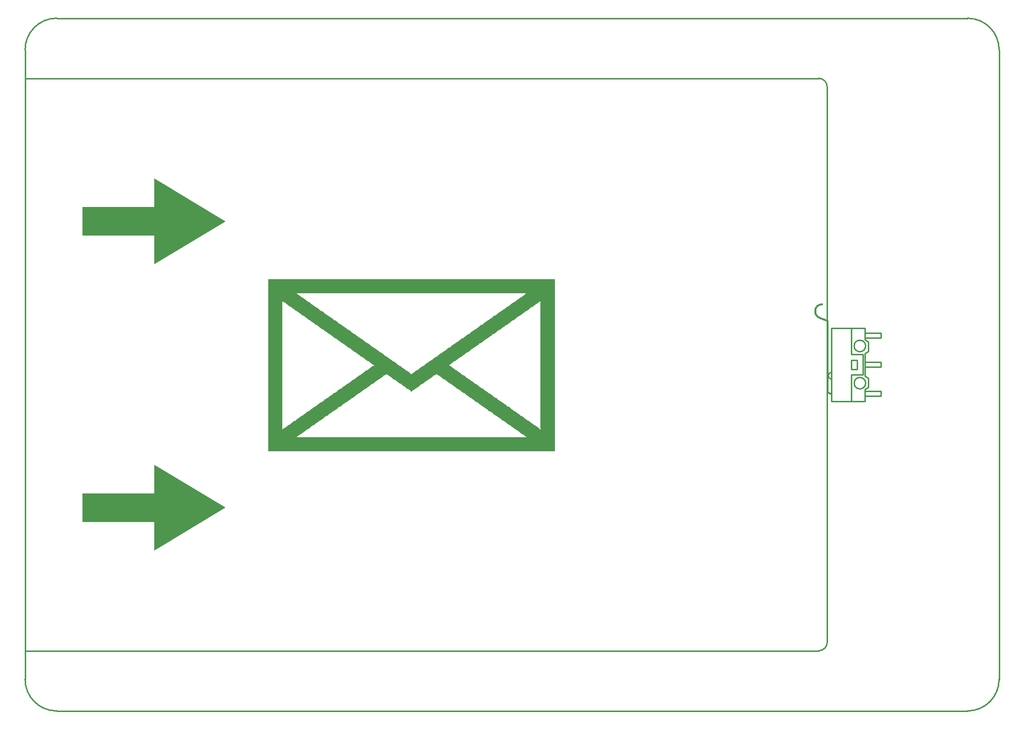
<source format=gto>
G04*
G04 #@! TF.GenerationSoftware,Altium Limited,Altium Designer,22.2.1 (43)*
G04*
G04 Layer_Color=65535*
%FSLAX25Y25*%
%MOIN*%
G70*
G04*
G04 #@! TF.SameCoordinates,848C5CEF-A0A5-40A2-882F-BA2EA4B76D18*
G04*
G04*
G04 #@! TF.FilePolarity,Positive*
G04*
G01*
G75*
%ADD10C,0.01000*%
%ADD11C,0.01181*%
G36*
X-295276Y-88583D02*
X-246063D01*
Y-68898D01*
X-196850Y-98425D01*
X-246063Y-127953D01*
Y-108268D01*
X-295276D01*
Y-88583D01*
D02*
G37*
G36*
Y108268D02*
X-246063D01*
Y127953D01*
X-196850Y98425D01*
X-246063Y68898D01*
Y88583D01*
X-295276D01*
Y108268D01*
D02*
G37*
G36*
X29381Y58247D02*
Y57946D01*
Y57644D01*
Y57343D01*
Y57042D01*
Y56740D01*
Y56439D01*
Y56138D01*
Y55837D01*
Y55535D01*
Y55234D01*
Y54933D01*
Y54632D01*
Y54330D01*
Y54029D01*
Y53728D01*
Y53426D01*
Y53125D01*
Y52824D01*
Y52523D01*
Y52221D01*
Y51920D01*
Y51619D01*
Y51317D01*
Y51016D01*
Y50715D01*
Y50414D01*
Y50112D01*
Y49811D01*
Y49510D01*
Y49209D01*
Y48907D01*
Y48606D01*
Y48305D01*
Y48003D01*
Y47702D01*
Y47401D01*
Y47100D01*
Y46798D01*
Y46497D01*
Y46196D01*
Y45894D01*
Y45593D01*
Y45292D01*
Y44991D01*
Y44689D01*
Y44388D01*
Y44087D01*
Y43785D01*
Y43484D01*
Y43183D01*
Y42882D01*
Y42580D01*
Y42279D01*
Y41978D01*
Y41677D01*
Y41375D01*
Y41074D01*
Y40773D01*
Y40471D01*
Y40170D01*
Y39869D01*
Y39568D01*
Y39266D01*
Y38965D01*
Y38664D01*
Y38362D01*
Y38061D01*
Y37760D01*
Y37459D01*
Y37157D01*
Y36856D01*
Y36555D01*
Y36253D01*
Y35952D01*
Y35651D01*
Y35350D01*
Y35048D01*
Y34747D01*
Y34446D01*
Y34144D01*
Y33843D01*
Y33542D01*
Y33241D01*
Y32939D01*
Y32638D01*
Y32337D01*
Y32035D01*
Y31734D01*
Y31433D01*
Y31132D01*
Y30830D01*
Y30529D01*
Y30228D01*
Y29926D01*
Y29625D01*
Y29324D01*
Y29023D01*
Y28721D01*
Y28420D01*
Y28119D01*
Y27818D01*
Y27516D01*
Y27215D01*
Y26914D01*
Y26612D01*
Y26311D01*
Y26010D01*
Y25709D01*
Y25407D01*
Y25106D01*
Y24805D01*
Y24503D01*
Y24202D01*
Y23901D01*
Y23600D01*
Y23298D01*
Y22997D01*
Y22696D01*
Y22395D01*
Y22093D01*
Y21792D01*
Y21491D01*
Y21189D01*
Y20888D01*
Y20587D01*
Y20286D01*
Y19984D01*
Y19683D01*
Y19382D01*
Y19080D01*
Y18779D01*
Y18478D01*
Y18177D01*
Y17875D01*
Y17574D01*
Y17273D01*
Y16972D01*
Y16670D01*
Y16369D01*
Y16068D01*
Y15766D01*
Y15465D01*
Y15164D01*
Y14863D01*
Y14561D01*
Y14260D01*
Y13959D01*
Y13657D01*
Y13356D01*
Y13055D01*
Y12754D01*
Y12452D01*
Y12151D01*
Y11850D01*
Y11548D01*
Y11247D01*
Y10946D01*
Y10645D01*
Y10343D01*
Y10042D01*
Y9741D01*
Y9439D01*
Y9138D01*
Y8837D01*
Y8536D01*
Y8234D01*
Y7933D01*
Y7632D01*
Y7331D01*
Y7029D01*
Y6728D01*
Y6427D01*
Y6125D01*
Y5824D01*
Y5523D01*
Y5221D01*
Y4920D01*
Y4619D01*
Y4318D01*
Y4016D01*
Y3715D01*
Y3414D01*
Y3112D01*
Y2811D01*
Y2510D01*
Y2209D01*
Y1907D01*
Y1606D01*
Y1305D01*
Y1004D01*
Y702D01*
Y401D01*
Y100D01*
Y-201D01*
Y-503D01*
Y-804D01*
Y-1105D01*
Y-1407D01*
Y-1708D01*
Y-2009D01*
Y-2310D01*
Y-2612D01*
Y-2913D01*
Y-3214D01*
Y-3516D01*
Y-3817D01*
Y-4118D01*
Y-4420D01*
Y-4721D01*
Y-5022D01*
Y-5323D01*
Y-5625D01*
Y-5926D01*
Y-6227D01*
Y-6528D01*
Y-6830D01*
Y-7131D01*
Y-7432D01*
Y-7734D01*
Y-8035D01*
Y-8336D01*
Y-8637D01*
Y-8939D01*
Y-9240D01*
Y-9541D01*
Y-9843D01*
Y-10144D01*
Y-10445D01*
Y-10746D01*
Y-11048D01*
Y-11349D01*
Y-11650D01*
Y-11952D01*
Y-12253D01*
Y-12554D01*
Y-12855D01*
Y-13157D01*
Y-13458D01*
Y-13759D01*
Y-14061D01*
Y-14362D01*
Y-14663D01*
Y-14964D01*
Y-15266D01*
Y-15567D01*
Y-15868D01*
Y-16169D01*
Y-16471D01*
Y-16772D01*
Y-17073D01*
Y-17375D01*
Y-17676D01*
Y-17977D01*
Y-18278D01*
Y-18580D01*
Y-18881D01*
Y-19182D01*
Y-19484D01*
Y-19785D01*
Y-20086D01*
Y-20387D01*
Y-20689D01*
Y-20990D01*
Y-21291D01*
Y-21592D01*
Y-21894D01*
Y-22195D01*
Y-22496D01*
Y-22798D01*
Y-23099D01*
Y-23400D01*
Y-23701D01*
Y-24003D01*
Y-24304D01*
Y-24605D01*
Y-24907D01*
Y-25208D01*
Y-25509D01*
Y-25810D01*
Y-26112D01*
Y-26413D01*
Y-26714D01*
Y-27016D01*
Y-27317D01*
Y-27618D01*
Y-27919D01*
Y-28221D01*
Y-28522D01*
Y-28823D01*
Y-29125D01*
Y-29426D01*
Y-29727D01*
Y-30028D01*
Y-30330D01*
Y-30631D01*
Y-30932D01*
Y-31234D01*
Y-31535D01*
Y-31836D01*
Y-32137D01*
Y-32439D01*
Y-32740D01*
Y-33041D01*
Y-33342D01*
Y-33644D01*
Y-33945D01*
Y-34246D01*
Y-34547D01*
Y-34849D01*
Y-35150D01*
Y-35451D01*
Y-35753D01*
Y-36054D01*
Y-36355D01*
Y-36656D01*
Y-36958D01*
Y-37259D01*
Y-37560D01*
Y-37862D01*
Y-38163D01*
Y-38464D01*
Y-38765D01*
Y-39067D01*
Y-39368D01*
Y-39669D01*
Y-39971D01*
Y-40272D01*
Y-40573D01*
Y-40874D01*
Y-41176D01*
Y-41477D01*
Y-41778D01*
Y-42080D01*
Y-42381D01*
Y-42682D01*
Y-42983D01*
Y-43285D01*
Y-43586D01*
Y-43887D01*
Y-44188D01*
Y-44490D01*
Y-44791D01*
Y-45092D01*
Y-45394D01*
Y-45695D01*
Y-45996D01*
Y-46297D01*
Y-46599D01*
Y-46900D01*
Y-47201D01*
Y-47503D01*
Y-47804D01*
Y-48105D01*
Y-48406D01*
Y-48708D01*
Y-49009D01*
Y-49310D01*
Y-49612D01*
Y-49913D01*
Y-50214D01*
Y-50515D01*
Y-50817D01*
Y-51118D01*
Y-51419D01*
Y-51720D01*
Y-52022D01*
Y-52323D01*
Y-52624D01*
Y-52926D01*
Y-53227D01*
Y-53528D01*
Y-53829D01*
Y-54131D01*
Y-54432D01*
Y-54733D01*
Y-55035D01*
Y-55336D01*
Y-55637D01*
Y-55939D01*
Y-56240D01*
Y-56541D01*
Y-56842D01*
Y-57144D01*
Y-57445D01*
Y-57746D01*
Y-58047D01*
Y-58349D01*
Y-58650D01*
Y-58951D01*
Y-59253D01*
Y-59554D01*
X-167657D01*
Y-59253D01*
Y-58951D01*
Y-58650D01*
Y-58349D01*
Y-58047D01*
Y-57746D01*
Y-57445D01*
Y-57144D01*
Y-56842D01*
Y-56541D01*
Y-56240D01*
Y-55939D01*
Y-55637D01*
Y-55336D01*
Y-55035D01*
Y-54733D01*
Y-54432D01*
Y-54131D01*
Y-53829D01*
Y-53528D01*
Y-53227D01*
Y-52926D01*
Y-52624D01*
Y-52323D01*
Y-52022D01*
Y-51720D01*
Y-51419D01*
Y-51118D01*
Y-50817D01*
Y-50515D01*
Y-50214D01*
Y-49913D01*
Y-49612D01*
Y-49310D01*
Y-49009D01*
Y-48708D01*
Y-48406D01*
Y-48105D01*
Y-47804D01*
Y-47503D01*
Y-47201D01*
Y-46900D01*
Y-46599D01*
Y-46297D01*
Y-45996D01*
Y-45695D01*
Y-45394D01*
Y-45092D01*
Y-44791D01*
Y-44490D01*
Y-44188D01*
Y-43887D01*
Y-43586D01*
Y-43285D01*
Y-42983D01*
Y-42682D01*
Y-42381D01*
Y-42080D01*
Y-41778D01*
Y-41477D01*
Y-41176D01*
Y-40874D01*
Y-40573D01*
Y-40272D01*
Y-39971D01*
Y-39669D01*
Y-39368D01*
Y-39067D01*
Y-38765D01*
Y-38464D01*
Y-38163D01*
Y-37862D01*
Y-37560D01*
Y-37259D01*
Y-36958D01*
Y-36656D01*
Y-36355D01*
Y-36054D01*
Y-35753D01*
Y-35451D01*
Y-35150D01*
Y-34849D01*
Y-34547D01*
Y-34246D01*
Y-33945D01*
Y-33644D01*
Y-33342D01*
Y-33041D01*
Y-32740D01*
Y-32439D01*
Y-32137D01*
Y-31836D01*
Y-31535D01*
Y-31234D01*
Y-30932D01*
Y-30631D01*
Y-30330D01*
Y-30028D01*
Y-29727D01*
Y-29426D01*
Y-29125D01*
Y-28823D01*
Y-28522D01*
Y-28221D01*
Y-27919D01*
Y-27618D01*
Y-27317D01*
Y-27016D01*
Y-26714D01*
Y-26413D01*
Y-26112D01*
Y-25810D01*
Y-25509D01*
Y-25208D01*
Y-24907D01*
Y-24605D01*
Y-24304D01*
Y-24003D01*
Y-23701D01*
Y-23400D01*
Y-23099D01*
Y-22798D01*
Y-22496D01*
Y-22195D01*
Y-21894D01*
Y-21592D01*
Y-21291D01*
Y-20990D01*
Y-20689D01*
Y-20387D01*
Y-20086D01*
Y-19785D01*
Y-19484D01*
Y-19182D01*
Y-18881D01*
Y-18580D01*
Y-18278D01*
Y-17977D01*
Y-17676D01*
Y-17375D01*
Y-17073D01*
Y-16772D01*
Y-16471D01*
Y-16169D01*
Y-15868D01*
Y-15567D01*
Y-15266D01*
Y-14964D01*
Y-14663D01*
Y-14362D01*
Y-14061D01*
Y-13759D01*
Y-13458D01*
Y-13157D01*
Y-12855D01*
Y-12554D01*
Y-12253D01*
Y-11952D01*
Y-11650D01*
Y-11349D01*
Y-11048D01*
Y-10746D01*
Y-10445D01*
Y-10144D01*
Y-9843D01*
Y-9541D01*
Y-9240D01*
Y-8939D01*
Y-8637D01*
Y-8336D01*
Y-8035D01*
Y-7734D01*
Y-7432D01*
Y-7131D01*
Y-6830D01*
Y-6528D01*
Y-6227D01*
Y-5926D01*
Y-5625D01*
Y-5323D01*
Y-5022D01*
Y-4721D01*
Y-4420D01*
Y-4118D01*
Y-3817D01*
Y-3516D01*
Y-3214D01*
Y-2913D01*
Y-2612D01*
Y-2310D01*
Y-2009D01*
Y-1708D01*
Y-1407D01*
Y-1105D01*
Y-804D01*
Y-503D01*
Y-201D01*
Y100D01*
Y401D01*
Y702D01*
Y1004D01*
Y1305D01*
Y1606D01*
Y1907D01*
Y2209D01*
Y2510D01*
Y2811D01*
Y3112D01*
Y3414D01*
Y3715D01*
Y4016D01*
Y4318D01*
Y4619D01*
Y4920D01*
Y5221D01*
Y5523D01*
Y5824D01*
Y6125D01*
Y6427D01*
Y6728D01*
Y7029D01*
Y7331D01*
Y7632D01*
Y7933D01*
Y8234D01*
Y8536D01*
Y8837D01*
Y9138D01*
Y9439D01*
Y9741D01*
Y10042D01*
Y10343D01*
Y10645D01*
Y10946D01*
Y11247D01*
Y11548D01*
Y11850D01*
Y12151D01*
Y12452D01*
Y12754D01*
Y13055D01*
Y13356D01*
Y13657D01*
Y13959D01*
Y14260D01*
Y14561D01*
Y14863D01*
Y15164D01*
Y15465D01*
Y15766D01*
Y16068D01*
Y16369D01*
Y16670D01*
Y16972D01*
Y17273D01*
Y17574D01*
Y17875D01*
Y18177D01*
Y18478D01*
Y18779D01*
Y19080D01*
Y19382D01*
Y19683D01*
Y19984D01*
Y20286D01*
Y20587D01*
Y20888D01*
Y21189D01*
Y21491D01*
Y21792D01*
Y22093D01*
Y22395D01*
Y22696D01*
Y22997D01*
Y23298D01*
Y23600D01*
Y23901D01*
Y24202D01*
Y24503D01*
Y24805D01*
Y25106D01*
Y25407D01*
Y25709D01*
Y26010D01*
Y26311D01*
Y26612D01*
Y26914D01*
Y27215D01*
Y27516D01*
Y27818D01*
Y28119D01*
Y28420D01*
Y28721D01*
Y29023D01*
Y29324D01*
Y29625D01*
Y29926D01*
Y30228D01*
Y30529D01*
Y30830D01*
Y31132D01*
Y31433D01*
Y31734D01*
Y32035D01*
Y32337D01*
Y32638D01*
Y32939D01*
Y33241D01*
Y33542D01*
Y33843D01*
Y34144D01*
Y34446D01*
Y34747D01*
Y35048D01*
Y35350D01*
Y35651D01*
Y35952D01*
Y36253D01*
Y36555D01*
Y36856D01*
Y37157D01*
Y37459D01*
Y37760D01*
Y38061D01*
Y38362D01*
Y38664D01*
Y38965D01*
Y39266D01*
Y39568D01*
Y39869D01*
Y40170D01*
Y40471D01*
Y40773D01*
Y41074D01*
Y41375D01*
Y41677D01*
Y41978D01*
Y42279D01*
Y42580D01*
Y42882D01*
Y43183D01*
Y43484D01*
Y43785D01*
Y44087D01*
Y44388D01*
Y44689D01*
Y44991D01*
Y45292D01*
Y45593D01*
Y45894D01*
Y46196D01*
Y46497D01*
Y46798D01*
Y47100D01*
Y47401D01*
Y47702D01*
Y48003D01*
Y48305D01*
Y48606D01*
Y48907D01*
Y49209D01*
Y49510D01*
Y49811D01*
Y50112D01*
Y50414D01*
Y50715D01*
Y51016D01*
Y51317D01*
Y51619D01*
Y51920D01*
Y52221D01*
Y52523D01*
Y52824D01*
Y53125D01*
Y53426D01*
Y53728D01*
Y54029D01*
Y54330D01*
Y54632D01*
Y54933D01*
Y55234D01*
Y55535D01*
Y55837D01*
Y56138D01*
Y56439D01*
Y56740D01*
Y57042D01*
Y57343D01*
Y57644D01*
Y57946D01*
Y58247D01*
Y58548D01*
X29381D01*
Y58247D01*
D02*
G37*
%LPC*%
G36*
X9496Y48907D02*
X-147772D01*
Y48606D01*
X-147471D01*
Y48305D01*
X-147169D01*
Y48003D01*
X-146567D01*
Y47702D01*
X-146266D01*
Y47401D01*
X-145964D01*
Y47100D01*
X-145362D01*
Y46798D01*
X-145061D01*
Y46497D01*
X-144458D01*
Y46196D01*
X-144157D01*
Y45894D01*
X-143554D01*
Y45593D01*
X-143253D01*
Y45292D01*
X-142952D01*
Y44991D01*
X-142349D01*
Y44689D01*
X-142048D01*
Y44388D01*
X-141445D01*
Y44087D01*
X-141144D01*
Y43785D01*
X-140541D01*
Y43484D01*
X-140240D01*
Y43183D01*
X-139939D01*
Y42882D01*
X-139336D01*
Y42580D01*
X-139035D01*
Y42279D01*
X-138432D01*
Y41978D01*
X-138131D01*
Y41677D01*
X-137830D01*
Y41375D01*
X-137227D01*
Y41074D01*
X-136926D01*
Y40773D01*
X-136323D01*
Y40471D01*
X-136022D01*
Y40170D01*
X-135420D01*
Y39869D01*
X-135118D01*
Y39568D01*
X-134817D01*
Y39266D01*
X-134214D01*
Y38965D01*
X-133913D01*
Y38664D01*
X-133311D01*
Y38362D01*
X-133009D01*
Y38061D01*
X-132407D01*
Y37760D01*
X-132106D01*
Y37459D01*
X-131804D01*
Y37157D01*
X-131202D01*
Y36856D01*
X-130900D01*
Y36555D01*
X-130298D01*
Y36253D01*
X-129997D01*
Y35952D01*
X-129394D01*
Y35651D01*
X-129093D01*
Y35350D01*
X-128791D01*
Y35048D01*
X-128189D01*
Y34747D01*
X-127888D01*
Y34446D01*
X-127285D01*
Y34144D01*
X-126984D01*
Y33843D01*
X-126381D01*
Y33542D01*
X-126080D01*
Y33241D01*
X-125779D01*
Y32939D01*
X-125176D01*
Y32638D01*
X-124875D01*
Y32337D01*
X-124272D01*
Y32035D01*
X-123971D01*
Y31734D01*
X-123368D01*
Y31433D01*
X-123067D01*
Y31132D01*
X-122766D01*
Y30830D01*
X-122163D01*
Y30529D01*
X-121862D01*
Y30228D01*
X-121259D01*
Y29926D01*
X-120958D01*
Y29625D01*
X-120356D01*
Y29324D01*
X-120054D01*
Y29023D01*
X-119753D01*
Y28721D01*
X-119150D01*
Y28420D01*
X-118849D01*
Y28119D01*
X-118247D01*
Y27818D01*
X-117945D01*
Y27516D01*
X-117343D01*
Y27215D01*
X-117042D01*
Y26914D01*
X-116740D01*
Y26612D01*
X-116138D01*
Y26311D01*
X-115836D01*
Y26010D01*
X-115234D01*
Y25709D01*
X-114933D01*
Y25407D01*
X-114330D01*
Y25106D01*
X-114029D01*
Y24805D01*
X-113727D01*
Y24503D01*
X-113125D01*
Y24202D01*
X-112824D01*
Y23901D01*
X-112221D01*
Y23600D01*
X-111920D01*
Y23298D01*
X-111317D01*
Y22997D01*
X-111016D01*
Y22696D01*
X-110715D01*
Y22395D01*
X-110112D01*
Y22093D01*
X-109811D01*
Y21792D01*
X-109208D01*
Y21491D01*
X-108907D01*
Y21189D01*
X-108606D01*
Y20888D01*
X-108003D01*
Y20587D01*
X-107702D01*
Y20286D01*
X-107099D01*
Y19984D01*
X-106798D01*
Y19683D01*
X-106195D01*
Y19382D01*
X-105894D01*
Y19080D01*
X-105593D01*
Y18779D01*
X-104990D01*
Y18478D01*
X-104689D01*
Y18177D01*
X-104086D01*
Y17875D01*
X-103785D01*
Y17574D01*
X-103183D01*
Y17273D01*
X-102881D01*
Y16972D01*
X-102580D01*
Y16670D01*
X-101977D01*
Y16369D01*
X-101676D01*
Y16068D01*
X-101074D01*
Y15766D01*
X-100772D01*
Y15465D01*
X-100170D01*
Y15164D01*
X-99869D01*
Y14863D01*
X-99567D01*
Y14561D01*
X-98965D01*
Y14260D01*
X-98663D01*
Y13959D01*
X-98061D01*
Y13657D01*
X-97759D01*
Y13356D01*
X-97157D01*
Y13055D01*
X-96856D01*
Y12754D01*
X-96554D01*
Y12452D01*
X-95952D01*
Y12151D01*
X-95651D01*
Y11850D01*
X-95048D01*
Y11548D01*
X-94747D01*
Y11247D01*
X-94144D01*
Y10946D01*
X-93843D01*
Y10645D01*
X-93542D01*
Y10343D01*
X-92939D01*
Y10042D01*
X-92638D01*
Y9741D01*
X-92035D01*
Y9439D01*
X-91734D01*
Y9138D01*
X-91131D01*
Y8837D01*
X-90830D01*
Y8536D01*
X-90529D01*
Y8234D01*
X-89926D01*
Y7933D01*
X-89625D01*
Y7632D01*
X-89022D01*
Y7331D01*
X-88721D01*
Y7029D01*
X-88118D01*
Y6728D01*
X-87817D01*
Y6427D01*
X-87516D01*
Y6125D01*
X-86913D01*
Y5824D01*
X-86612D01*
Y5523D01*
X-86010D01*
Y5221D01*
X-85708D01*
Y4920D01*
X-85407D01*
Y4619D01*
X-84804D01*
Y4318D01*
X-84503D01*
Y4016D01*
X-83901D01*
Y3715D01*
X-83599D01*
Y3414D01*
X-82997D01*
Y3112D01*
X-82696D01*
Y2811D01*
X-82394D01*
Y2510D01*
X-81792D01*
Y2209D01*
X-81490D01*
Y1907D01*
X-80888D01*
Y1606D01*
X-80586D01*
Y1305D01*
X-79984D01*
Y1004D01*
X-79683D01*
Y702D01*
X-79381D01*
Y401D01*
X-78779D01*
Y100D01*
X-78478D01*
Y-201D01*
X-77875D01*
Y-503D01*
X-77574D01*
Y-804D01*
X-76971D01*
Y-1105D01*
X-76670D01*
Y-1407D01*
X-76369D01*
Y-1708D01*
X-75766D01*
Y-2009D01*
X-75465D01*
Y-2310D01*
X-74862D01*
Y-2612D01*
X-74561D01*
Y-2913D01*
X-73958D01*
Y-3214D01*
X-73657D01*
Y-3516D01*
X-73356D01*
Y-3817D01*
X-72753D01*
Y-4118D01*
X-72452D01*
Y-4420D01*
X-71849D01*
Y-4721D01*
X-71548D01*
Y-5022D01*
X-70946D01*
Y-5323D01*
X-70644D01*
Y-5625D01*
X-70343D01*
Y-5926D01*
X-69740D01*
Y-6227D01*
X-69439D01*
Y-6528D01*
X-68837D01*
Y-6227D01*
X-68535D01*
Y-5926D01*
X-67933D01*
Y-5625D01*
X-67631D01*
Y-5323D01*
X-67330D01*
Y-5022D01*
X-66728D01*
Y-4721D01*
X-66426D01*
Y-4420D01*
X-65824D01*
Y-4118D01*
X-65522D01*
Y-3817D01*
X-64920D01*
Y-3516D01*
X-64619D01*
Y-3214D01*
X-64317D01*
Y-2913D01*
X-63715D01*
Y-2612D01*
X-63414D01*
Y-2310D01*
X-62811D01*
Y-2009D01*
X-62510D01*
Y-1708D01*
X-61907D01*
Y-1407D01*
X-61606D01*
Y-1105D01*
X-61304D01*
Y-804D01*
X-60702D01*
Y-503D01*
X-60401D01*
Y-201D01*
X-59798D01*
Y100D01*
X-59497D01*
Y401D01*
X-59196D01*
Y702D01*
X-58593D01*
Y1004D01*
X-58292D01*
Y1305D01*
X-57689D01*
Y1606D01*
X-57388D01*
Y1907D01*
X-56785D01*
Y2209D01*
X-56484D01*
Y2510D01*
X-56183D01*
Y2811D01*
X-55580D01*
Y3112D01*
X-55279D01*
Y3414D01*
X-54676D01*
Y3715D01*
X-54375D01*
Y4016D01*
X-53772D01*
Y4318D01*
X-53471D01*
Y4619D01*
X-52869D01*
Y4920D01*
X-52567D01*
Y5221D01*
X-52266D01*
Y5523D01*
X-51664D01*
Y5824D01*
X-51362D01*
Y6125D01*
X-50760D01*
Y6427D01*
X-50458D01*
Y6728D01*
X-50157D01*
Y7029D01*
X-49555D01*
Y7331D01*
X-49253D01*
Y7632D01*
X-48651D01*
Y7933D01*
X-48349D01*
Y8234D01*
X-47747D01*
Y8536D01*
X-47446D01*
Y8837D01*
X-47144D01*
Y9138D01*
X-46542D01*
Y9439D01*
X-46240D01*
Y9741D01*
X-45638D01*
Y10042D01*
X-45337D01*
Y10343D01*
X-44734D01*
Y10645D01*
X-44433D01*
Y10946D01*
X-44131D01*
Y11247D01*
X-43529D01*
Y11548D01*
X-43228D01*
Y11850D01*
X-42625D01*
Y12151D01*
X-42324D01*
Y12452D01*
X-42023D01*
Y12754D01*
X-41420D01*
Y13055D01*
X-41119D01*
Y13356D01*
X-40516D01*
Y13657D01*
X-40215D01*
Y13959D01*
X-39612D01*
Y14260D01*
X-39311D01*
Y14561D01*
X-38708D01*
Y14863D01*
X-38407D01*
Y15164D01*
X-38106D01*
Y15465D01*
X-37503D01*
Y15766D01*
X-37202D01*
Y16068D01*
X-36599D01*
Y16369D01*
X-36298D01*
Y16670D01*
X-35997D01*
Y16972D01*
X-35394D01*
Y17273D01*
X-35093D01*
Y17574D01*
X-34491D01*
Y17875D01*
X-34189D01*
Y18177D01*
X-33587D01*
Y18478D01*
X-33285D01*
Y18779D01*
X-32984D01*
Y19080D01*
X-32382D01*
Y19382D01*
X-32080D01*
Y19683D01*
X-31478D01*
Y19984D01*
X-31176D01*
Y20286D01*
X-30574D01*
Y20587D01*
X-30273D01*
Y20888D01*
X-29971D01*
Y21189D01*
X-29369D01*
Y21491D01*
X-29068D01*
Y21792D01*
X-28465D01*
Y22093D01*
X-28164D01*
Y22395D01*
X-27862D01*
Y22696D01*
X-27260D01*
Y22997D01*
X-26959D01*
Y23298D01*
X-26356D01*
Y23600D01*
X-26055D01*
Y23901D01*
X-25452D01*
Y24202D01*
X-25151D01*
Y24503D01*
X-24548D01*
Y24805D01*
X-24247D01*
Y25106D01*
X-23946D01*
Y25407D01*
X-23343D01*
Y25709D01*
X-23042D01*
Y26010D01*
X-22439D01*
Y26311D01*
X-22138D01*
Y26612D01*
X-21837D01*
Y26914D01*
X-21234D01*
Y27215D01*
X-20933D01*
Y27516D01*
X-20330D01*
Y27818D01*
X-20029D01*
Y28119D01*
X-19426D01*
Y28420D01*
X-19125D01*
Y28721D01*
X-18824D01*
Y29023D01*
X-18221D01*
Y29324D01*
X-17920D01*
Y29625D01*
X-17318D01*
Y29926D01*
X-17016D01*
Y30228D01*
X-16414D01*
Y30529D01*
X-16113D01*
Y30830D01*
X-15811D01*
Y31132D01*
X-15209D01*
Y31433D01*
X-14907D01*
Y31734D01*
X-14305D01*
Y32035D01*
X-14004D01*
Y32337D01*
X-13401D01*
Y32638D01*
X-13100D01*
Y32939D01*
X-12798D01*
Y33241D01*
X-12196D01*
Y33542D01*
X-11895D01*
Y33843D01*
X-11292D01*
Y34144D01*
X-10991D01*
Y34446D01*
X-10388D01*
Y34747D01*
X-10087D01*
Y35048D01*
X-9786D01*
Y35350D01*
X-9183D01*
Y35651D01*
X-8882D01*
Y35952D01*
X-8279D01*
Y36253D01*
X-7978D01*
Y36555D01*
X-7677D01*
Y36856D01*
X-7074D01*
Y37157D01*
X-6773D01*
Y37459D01*
X-6170D01*
Y37760D01*
X-5869D01*
Y38061D01*
X-5266D01*
Y38362D01*
X-4965D01*
Y38664D01*
X-4363D01*
Y38965D01*
X-4061D01*
Y39266D01*
X-3760D01*
Y39568D01*
X-3157D01*
Y39869D01*
X-2856D01*
Y40170D01*
X-2253D01*
Y40471D01*
X-1952D01*
Y40773D01*
X-1651D01*
Y41074D01*
X-1048D01*
Y41375D01*
X-747D01*
Y41677D01*
X-145D01*
Y41978D01*
X157D01*
Y42279D01*
X759D01*
Y42580D01*
X1060D01*
Y42882D01*
X1362D01*
Y43183D01*
X1964D01*
Y43484D01*
X2266D01*
Y43785D01*
X2868D01*
Y44087D01*
X3170D01*
Y44388D01*
X3772D01*
Y44689D01*
X4073D01*
Y44991D01*
X4375D01*
Y45292D01*
X4977D01*
Y45593D01*
X5279D01*
Y45894D01*
X5881D01*
Y46196D01*
X6182D01*
Y46497D01*
X6785D01*
Y46798D01*
X7086D01*
Y47100D01*
X7387D01*
Y47401D01*
X7990D01*
Y47702D01*
X8291D01*
Y48003D01*
X8894D01*
Y48305D01*
X9195D01*
Y48606D01*
X9496D01*
Y48907D01*
D02*
G37*
G36*
X-51664Y-6528D02*
X-52266D01*
Y-6830D01*
X-52567D01*
Y-7131D01*
X-53170D01*
Y-7432D01*
X-53471D01*
Y-7734D01*
X-54074D01*
Y-8035D01*
X-54375D01*
Y-8336D01*
X-54978D01*
Y-8637D01*
X-55279D01*
Y-8939D01*
X-55580D01*
Y-9240D01*
X-56183D01*
Y-9541D01*
X-56484D01*
Y-9843D01*
X-57087D01*
Y-10144D01*
X-57388D01*
Y-10445D01*
X-57689D01*
Y-10746D01*
X-58292D01*
Y-11048D01*
X-58593D01*
Y-11349D01*
X-59196D01*
Y-11650D01*
X-59497D01*
Y-11952D01*
X-60099D01*
Y-12253D01*
X-60401D01*
Y-12554D01*
X-61003D01*
Y-12855D01*
X-61304D01*
Y-13157D01*
X-61606D01*
Y-13458D01*
X-62208D01*
Y-13759D01*
X-62510D01*
Y-14061D01*
X-63112D01*
Y-14362D01*
X-63414D01*
Y-14663D01*
X-63715D01*
Y-14964D01*
X-64317D01*
Y-15266D01*
X-64619D01*
Y-15567D01*
X-65221D01*
Y-15868D01*
X-65522D01*
Y-16169D01*
X-66125D01*
Y-16471D01*
X-66426D01*
Y-16772D01*
X-66728D01*
Y-17073D01*
X-67330D01*
Y-17375D01*
X-67631D01*
Y-17676D01*
X-68234D01*
Y-17977D01*
X-68535D01*
Y-18278D01*
X-68837D01*
Y-18580D01*
X-69439D01*
Y-18278D01*
X-69740D01*
Y-17977D01*
X-70042D01*
Y-17676D01*
X-70644D01*
Y-17375D01*
X-70946D01*
Y-17073D01*
X-71548D01*
Y-16772D01*
X-71849D01*
Y-16471D01*
X-72452D01*
Y-16169D01*
X-72753D01*
Y-15868D01*
X-73054D01*
Y-15567D01*
X-73657D01*
Y-15266D01*
X-73958D01*
Y-14964D01*
X-74561D01*
Y-14663D01*
X-74862D01*
Y-14362D01*
X-75465D01*
Y-14061D01*
X-75766D01*
Y-13759D01*
X-76067D01*
Y-13458D01*
X-76670D01*
Y-13157D01*
X-76971D01*
Y-12855D01*
X-77574D01*
Y-12554D01*
X-77875D01*
Y-12253D01*
X-78478D01*
Y-11952D01*
X-78779D01*
Y-11650D01*
X-79080D01*
Y-11349D01*
X-79683D01*
Y-11048D01*
X-79984D01*
Y-10746D01*
X-80586D01*
Y-10445D01*
X-80888D01*
Y-10144D01*
X-81490D01*
Y-9843D01*
X-81792D01*
Y-9541D01*
X-82093D01*
Y-9240D01*
X-82696D01*
Y-8939D01*
X-82997D01*
Y-8637D01*
X-83599D01*
Y-8336D01*
X-83901D01*
Y-8035D01*
X-84503D01*
Y-7734D01*
X-84804D01*
Y-7432D01*
X-85106D01*
Y-7131D01*
X-85708D01*
Y-6830D01*
X-86010D01*
Y-6528D01*
X-86612D01*
Y-6830D01*
X-86913D01*
Y-7131D01*
X-87516D01*
Y-7432D01*
X-87817D01*
Y-7734D01*
X-88420D01*
Y-8035D01*
X-88721D01*
Y-8336D01*
X-89022D01*
Y-8637D01*
X-89625D01*
Y-8939D01*
X-89926D01*
Y-9240D01*
X-90529D01*
Y-9541D01*
X-90830D01*
Y-9843D01*
X-91433D01*
Y-10144D01*
X-91734D01*
Y-10445D01*
X-92035D01*
Y-10746D01*
X-92638D01*
Y-11048D01*
X-92939D01*
Y-11349D01*
X-93542D01*
Y-11650D01*
X-93843D01*
Y-11952D01*
X-94144D01*
Y-12253D01*
X-94747D01*
Y-12554D01*
X-95048D01*
Y-12855D01*
X-95651D01*
Y-13157D01*
X-95952D01*
Y-13458D01*
X-96554D01*
Y-13759D01*
X-96856D01*
Y-14061D01*
X-97157D01*
Y-14362D01*
X-97759D01*
Y-14663D01*
X-98061D01*
Y-14964D01*
X-98663D01*
Y-15266D01*
X-98965D01*
Y-15567D01*
X-99567D01*
Y-15868D01*
X-99869D01*
Y-16169D01*
X-100170D01*
Y-16471D01*
X-100772D01*
Y-16772D01*
X-101074D01*
Y-17073D01*
X-101676D01*
Y-17375D01*
X-101977D01*
Y-17676D01*
X-102580D01*
Y-17977D01*
X-102881D01*
Y-18278D01*
X-103183D01*
Y-18580D01*
X-103785D01*
Y-18881D01*
X-104086D01*
Y-19182D01*
X-104689D01*
Y-19484D01*
X-104990D01*
Y-19785D01*
X-105593D01*
Y-20086D01*
X-105894D01*
Y-20387D01*
X-106195D01*
Y-20689D01*
X-106798D01*
Y-20990D01*
X-107099D01*
Y-21291D01*
X-107702D01*
Y-21592D01*
X-108003D01*
Y-21894D01*
X-108606D01*
Y-22195D01*
X-108907D01*
Y-22496D01*
X-109208D01*
Y-22798D01*
X-109811D01*
Y-23099D01*
X-110112D01*
Y-23400D01*
X-110715D01*
Y-23701D01*
X-111016D01*
Y-24003D01*
X-111317D01*
Y-24304D01*
X-111920D01*
Y-24605D01*
X-112221D01*
Y-24907D01*
X-112824D01*
Y-25208D01*
X-113125D01*
Y-25509D01*
X-113727D01*
Y-25810D01*
X-114029D01*
Y-26112D01*
X-114631D01*
Y-26413D01*
X-114933D01*
Y-26714D01*
X-115234D01*
Y-27016D01*
X-115836D01*
Y-27317D01*
X-116138D01*
Y-27618D01*
X-116740D01*
Y-27919D01*
X-117042D01*
Y-28221D01*
X-117343D01*
Y-28522D01*
X-117945D01*
Y-28823D01*
X-118247D01*
Y-29125D01*
X-118849D01*
Y-29426D01*
X-119150D01*
Y-29727D01*
X-119753D01*
Y-30028D01*
X-120054D01*
Y-30330D01*
X-120356D01*
Y-30631D01*
X-120958D01*
Y-30932D01*
X-121259D01*
Y-31234D01*
X-121862D01*
Y-31535D01*
X-122163D01*
Y-31836D01*
X-122766D01*
Y-32137D01*
X-123067D01*
Y-32439D01*
X-123670D01*
Y-32740D01*
X-123971D01*
Y-33041D01*
X-124272D01*
Y-33342D01*
X-124875D01*
Y-33644D01*
X-125176D01*
Y-33945D01*
X-125779D01*
Y-34246D01*
X-126080D01*
Y-34547D01*
X-126381D01*
Y-34849D01*
X-126984D01*
Y-35150D01*
X-127285D01*
Y-35451D01*
X-127888D01*
Y-35753D01*
X-128189D01*
Y-36054D01*
X-128791D01*
Y-36355D01*
X-129093D01*
Y-36656D01*
X-129394D01*
Y-36958D01*
X-129997D01*
Y-37259D01*
X-130298D01*
Y-37560D01*
X-130900D01*
Y-37862D01*
X-131202D01*
Y-38163D01*
X-131804D01*
Y-38464D01*
X-132106D01*
Y-38765D01*
X-132407D01*
Y-39067D01*
X-133009D01*
Y-39368D01*
X-133311D01*
Y-39669D01*
X-133913D01*
Y-39971D01*
X-134214D01*
Y-40272D01*
X-134817D01*
Y-40573D01*
X-135118D01*
Y-40874D01*
X-135420D01*
Y-41176D01*
X-136022D01*
Y-41477D01*
X-136323D01*
Y-41778D01*
X-136926D01*
Y-42080D01*
X-137227D01*
Y-42381D01*
X-137830D01*
Y-42682D01*
X-138131D01*
Y-42983D01*
X-138432D01*
Y-43285D01*
X-139035D01*
Y-43586D01*
X-139336D01*
Y-43887D01*
X-139939D01*
Y-44188D01*
X-140240D01*
Y-44490D01*
X-140541D01*
Y-44791D01*
X-141144D01*
Y-45092D01*
X-141445D01*
Y-45394D01*
X-142048D01*
Y-45695D01*
X-142349D01*
Y-45996D01*
X-142952D01*
Y-46297D01*
X-143253D01*
Y-46599D01*
X-143554D01*
Y-46900D01*
X-144157D01*
Y-47201D01*
X-144458D01*
Y-47503D01*
X-145061D01*
Y-47804D01*
X-145362D01*
Y-48105D01*
X-145964D01*
Y-48406D01*
X-146266D01*
Y-48708D01*
X-146567D01*
Y-49009D01*
X-147169D01*
Y-49310D01*
X-147471D01*
Y-49612D01*
X-147772D01*
Y-49913D01*
X9798D01*
Y-49612D01*
X9496D01*
Y-49310D01*
X8894D01*
Y-49009D01*
X8593D01*
Y-48708D01*
X7990D01*
Y-48406D01*
X7689D01*
Y-48105D01*
X7387D01*
Y-47804D01*
X6785D01*
Y-47503D01*
X6484D01*
Y-47201D01*
X5881D01*
Y-46900D01*
X5580D01*
Y-46599D01*
X4977D01*
Y-46297D01*
X4676D01*
Y-45996D01*
X4375D01*
Y-45695D01*
X3772D01*
Y-45394D01*
X3471D01*
Y-45092D01*
X2868D01*
Y-44791D01*
X2567D01*
Y-44490D01*
X1964D01*
Y-44188D01*
X1663D01*
Y-43887D01*
X1362D01*
Y-43586D01*
X759D01*
Y-43285D01*
X458D01*
Y-42983D01*
X-145D01*
Y-42682D01*
X-446D01*
Y-42381D01*
X-1048D01*
Y-42080D01*
X-1350D01*
Y-41778D01*
X-1651D01*
Y-41477D01*
X-2253D01*
Y-41176D01*
X-2555D01*
Y-40874D01*
X-3157D01*
Y-40573D01*
X-3459D01*
Y-40272D01*
X-4061D01*
Y-39971D01*
X-4363D01*
Y-39669D01*
X-4664D01*
Y-39368D01*
X-5266D01*
Y-39067D01*
X-5568D01*
Y-38765D01*
X-6170D01*
Y-38464D01*
X-6471D01*
Y-38163D01*
X-7074D01*
Y-37862D01*
X-7375D01*
Y-37560D01*
X-7677D01*
Y-37259D01*
X-8279D01*
Y-36958D01*
X-8580D01*
Y-36656D01*
X-9183D01*
Y-36355D01*
X-9484D01*
Y-36054D01*
X-10087D01*
Y-35753D01*
X-10388D01*
Y-35451D01*
X-10689D01*
Y-35150D01*
X-11292D01*
Y-34849D01*
X-11593D01*
Y-34547D01*
X-12196D01*
Y-34246D01*
X-12497D01*
Y-33945D01*
X-13100D01*
Y-33644D01*
X-13401D01*
Y-33342D01*
X-13702D01*
Y-33041D01*
X-14305D01*
Y-32740D01*
X-14606D01*
Y-32439D01*
X-15209D01*
Y-32137D01*
X-15510D01*
Y-31836D01*
X-16113D01*
Y-31535D01*
X-16414D01*
Y-31234D01*
X-16715D01*
Y-30932D01*
X-17318D01*
Y-30631D01*
X-17619D01*
Y-30330D01*
X-18221D01*
Y-30028D01*
X-18523D01*
Y-29727D01*
X-19125D01*
Y-29426D01*
X-19426D01*
Y-29125D01*
X-19728D01*
Y-28823D01*
X-20330D01*
Y-28522D01*
X-20632D01*
Y-28221D01*
X-21234D01*
Y-27919D01*
X-21535D01*
Y-27618D01*
X-21837D01*
Y-27317D01*
X-22439D01*
Y-27016D01*
X-22741D01*
Y-26714D01*
X-23343D01*
Y-26413D01*
X-23644D01*
Y-26112D01*
X-24247D01*
Y-25810D01*
X-24548D01*
Y-25509D01*
X-24850D01*
Y-25208D01*
X-25452D01*
Y-24907D01*
X-25753D01*
Y-24605D01*
X-26356D01*
Y-24304D01*
X-26657D01*
Y-24003D01*
X-27260D01*
Y-23701D01*
X-27561D01*
Y-23400D01*
X-27862D01*
Y-23099D01*
X-28465D01*
Y-22798D01*
X-28766D01*
Y-22496D01*
X-29369D01*
Y-22195D01*
X-29670D01*
Y-21894D01*
X-30273D01*
Y-21592D01*
X-30574D01*
Y-21291D01*
X-30875D01*
Y-20990D01*
X-31478D01*
Y-20689D01*
X-31779D01*
Y-20387D01*
X-32382D01*
Y-20086D01*
X-32683D01*
Y-19785D01*
X-33285D01*
Y-19484D01*
X-33587D01*
Y-19182D01*
X-33888D01*
Y-18881D01*
X-34491D01*
Y-18580D01*
X-34792D01*
Y-18278D01*
X-35394D01*
Y-17977D01*
X-35696D01*
Y-17676D01*
X-36298D01*
Y-17375D01*
X-36599D01*
Y-17073D01*
X-37202D01*
Y-16772D01*
X-37503D01*
Y-16471D01*
X-37805D01*
Y-16169D01*
X-38407D01*
Y-15868D01*
X-38708D01*
Y-15567D01*
X-39311D01*
Y-15266D01*
X-39612D01*
Y-14964D01*
X-39914D01*
Y-14663D01*
X-40516D01*
Y-14362D01*
X-40817D01*
Y-14061D01*
X-41420D01*
Y-13759D01*
X-41721D01*
Y-13458D01*
X-42324D01*
Y-13157D01*
X-42625D01*
Y-12855D01*
X-42926D01*
Y-12554D01*
X-43529D01*
Y-12253D01*
X-43830D01*
Y-11952D01*
X-44433D01*
Y-11650D01*
X-44734D01*
Y-11349D01*
X-45337D01*
Y-11048D01*
X-45638D01*
Y-10746D01*
X-45939D01*
Y-10445D01*
X-46542D01*
Y-10144D01*
X-46843D01*
Y-9843D01*
X-47446D01*
Y-9541D01*
X-47747D01*
Y-9240D01*
X-48349D01*
Y-8939D01*
X-48651D01*
Y-8637D01*
X-48952D01*
Y-8336D01*
X-49555D01*
Y-8035D01*
X-49856D01*
Y-7734D01*
X-50458D01*
Y-7432D01*
X-50760D01*
Y-7131D01*
X-51362D01*
Y-6830D01*
X-51664D01*
Y-6528D01*
D02*
G37*
G36*
X19740Y43484D02*
X19137D01*
Y43183D01*
X18535D01*
Y42882D01*
X18234D01*
Y42580D01*
X17932D01*
Y42279D01*
X17330D01*
Y41978D01*
X17028D01*
Y41677D01*
X16426D01*
Y41375D01*
X16125D01*
Y41074D01*
X15522D01*
Y40773D01*
X15221D01*
Y40471D01*
X14920D01*
Y40170D01*
X14317D01*
Y39869D01*
X14016D01*
Y39568D01*
X13413D01*
Y39266D01*
X13112D01*
Y38965D01*
X12509D01*
Y38664D01*
X12208D01*
Y38362D01*
X11907D01*
Y38061D01*
X11304D01*
Y37760D01*
X11003D01*
Y37459D01*
X10400D01*
Y37157D01*
X10099D01*
Y36856D01*
X9496D01*
Y36555D01*
X9195D01*
Y36253D01*
X8894D01*
Y35952D01*
X8291D01*
Y35651D01*
X7990D01*
Y35350D01*
X7387D01*
Y35048D01*
X7086D01*
Y34747D01*
X6785D01*
Y34446D01*
X6182D01*
Y34144D01*
X5881D01*
Y33843D01*
X5279D01*
Y33542D01*
X4977D01*
Y33241D01*
X4375D01*
Y32939D01*
X4073D01*
Y32638D01*
X3471D01*
Y32337D01*
X3170D01*
Y32035D01*
X2868D01*
Y31734D01*
X2266D01*
Y31433D01*
X1964D01*
Y31132D01*
X1362D01*
Y30830D01*
X1060D01*
Y30529D01*
X759D01*
Y30228D01*
X157D01*
Y29926D01*
X-145D01*
Y29625D01*
X-747D01*
Y29324D01*
X-1048D01*
Y29023D01*
X-1651D01*
Y28721D01*
X-1952D01*
Y28420D01*
X-2253D01*
Y28119D01*
X-2856D01*
Y27818D01*
X-3157D01*
Y27516D01*
X-3760D01*
Y27215D01*
X-4061D01*
Y26914D01*
X-4664D01*
Y26612D01*
X-4965D01*
Y26311D01*
X-5266D01*
Y26010D01*
X-5869D01*
Y25709D01*
X-6170D01*
Y25407D01*
X-6773D01*
Y25106D01*
X-7074D01*
Y24805D01*
X-7677D01*
Y24503D01*
X-7978D01*
Y24202D01*
X-8279D01*
Y23901D01*
X-8882D01*
Y23600D01*
X-9183D01*
Y23298D01*
X-9786D01*
Y22997D01*
X-10087D01*
Y22696D01*
X-10689D01*
Y22395D01*
X-10991D01*
Y22093D01*
X-11292D01*
Y21792D01*
X-11895D01*
Y21491D01*
X-12196D01*
Y21189D01*
X-12798D01*
Y20888D01*
X-13100D01*
Y20587D01*
X-13702D01*
Y20286D01*
X-14004D01*
Y19984D01*
X-14305D01*
Y19683D01*
X-14907D01*
Y19382D01*
X-15209D01*
Y19080D01*
X-15811D01*
Y18779D01*
X-16113D01*
Y18478D01*
X-16715D01*
Y18177D01*
X-17016D01*
Y17875D01*
X-17318D01*
Y17574D01*
X-17920D01*
Y17273D01*
X-18221D01*
Y16972D01*
X-18824D01*
Y16670D01*
X-19125D01*
Y16369D01*
X-19728D01*
Y16068D01*
X-20029D01*
Y15766D01*
X-20330D01*
Y15465D01*
X-20933D01*
Y15164D01*
X-21234D01*
Y14863D01*
X-21837D01*
Y14561D01*
X-22138D01*
Y14260D01*
X-22741D01*
Y13959D01*
X-23042D01*
Y13657D01*
X-23343D01*
Y13356D01*
X-23946D01*
Y13055D01*
X-24247D01*
Y12754D01*
X-24850D01*
Y12452D01*
X-25151D01*
Y12151D01*
X-25753D01*
Y11850D01*
X-26055D01*
Y11548D01*
X-26356D01*
Y11247D01*
X-26959D01*
Y10946D01*
X-27260D01*
Y10645D01*
X-27862D01*
Y10343D01*
X-28164D01*
Y10042D01*
X-28465D01*
Y9741D01*
X-29068D01*
Y9439D01*
X-29369D01*
Y9138D01*
X-29971D01*
Y8837D01*
X-30273D01*
Y8536D01*
X-30875D01*
Y8234D01*
X-31176D01*
Y7933D01*
X-31478D01*
Y7632D01*
X-32080D01*
Y7331D01*
X-32382D01*
Y7029D01*
X-32984D01*
Y6728D01*
X-33285D01*
Y6427D01*
X-33888D01*
Y6125D01*
X-34189D01*
Y5824D01*
X-34491D01*
Y5523D01*
X-35093D01*
Y5221D01*
X-35394D01*
Y4920D01*
X-35997D01*
Y4619D01*
X-36298D01*
Y4318D01*
X-36901D01*
Y4016D01*
X-37202D01*
Y3715D01*
X-37503D01*
Y3414D01*
X-38106D01*
Y3112D01*
X-38407D01*
Y2811D01*
X-39010D01*
Y2510D01*
X-39311D01*
Y2209D01*
X-39914D01*
Y1907D01*
X-40215D01*
Y1606D01*
X-40516D01*
Y1305D01*
X-41119D01*
Y1004D01*
X-41420D01*
Y702D01*
X-42023D01*
Y401D01*
X-42324D01*
Y100D01*
X-42926D01*
Y-201D01*
X-43228D01*
Y-503D01*
X-42926D01*
Y-804D01*
X-42625D01*
Y-1105D01*
X-42324D01*
Y-1407D01*
X-41721D01*
Y-1708D01*
X-41420D01*
Y-2009D01*
X-40817D01*
Y-2310D01*
X-40516D01*
Y-2612D01*
X-39914D01*
Y-2913D01*
X-39612D01*
Y-3214D01*
X-39311D01*
Y-3516D01*
X-38708D01*
Y-3817D01*
X-38407D01*
Y-4118D01*
X-37805D01*
Y-4420D01*
X-37503D01*
Y-4721D01*
X-37202D01*
Y-5022D01*
X-36599D01*
Y-5323D01*
X-36298D01*
Y-5625D01*
X-35696D01*
Y-5926D01*
X-35394D01*
Y-6227D01*
X-34792D01*
Y-6528D01*
X-34491D01*
Y-6830D01*
X-34189D01*
Y-7131D01*
X-33587D01*
Y-7432D01*
X-33285D01*
Y-7734D01*
X-32683D01*
Y-8035D01*
X-32382D01*
Y-8336D01*
X-31779D01*
Y-8637D01*
X-31478D01*
Y-8939D01*
X-31176D01*
Y-9240D01*
X-30574D01*
Y-9541D01*
X-30273D01*
Y-9843D01*
X-29670D01*
Y-10144D01*
X-29369D01*
Y-10445D01*
X-28766D01*
Y-10746D01*
X-28465D01*
Y-11048D01*
X-28164D01*
Y-11349D01*
X-27561D01*
Y-11650D01*
X-27260D01*
Y-11952D01*
X-26657D01*
Y-12253D01*
X-26356D01*
Y-12554D01*
X-25753D01*
Y-12855D01*
X-25452D01*
Y-13157D01*
X-25151D01*
Y-13458D01*
X-24548D01*
Y-13759D01*
X-24247D01*
Y-14061D01*
X-23644D01*
Y-14362D01*
X-23343D01*
Y-14663D01*
X-22741D01*
Y-14964D01*
X-22439D01*
Y-15266D01*
X-22138D01*
Y-15567D01*
X-21535D01*
Y-15868D01*
X-21234D01*
Y-16169D01*
X-20632D01*
Y-16471D01*
X-20330D01*
Y-16772D01*
X-19728D01*
Y-17073D01*
X-19426D01*
Y-17375D01*
X-19125D01*
Y-17676D01*
X-18523D01*
Y-17977D01*
X-18221D01*
Y-18278D01*
X-17619D01*
Y-18580D01*
X-17318D01*
Y-18881D01*
X-16715D01*
Y-19182D01*
X-16414D01*
Y-19484D01*
X-16113D01*
Y-19785D01*
X-15510D01*
Y-20086D01*
X-15209D01*
Y-20387D01*
X-14606D01*
Y-20689D01*
X-14305D01*
Y-20990D01*
X-13702D01*
Y-21291D01*
X-13401D01*
Y-21592D01*
X-13100D01*
Y-21894D01*
X-12497D01*
Y-22195D01*
X-12196D01*
Y-22496D01*
X-11593D01*
Y-22798D01*
X-11292D01*
Y-23099D01*
X-10689D01*
Y-23400D01*
X-10388D01*
Y-23701D01*
X-10087D01*
Y-24003D01*
X-9484D01*
Y-24304D01*
X-9183D01*
Y-24605D01*
X-8580D01*
Y-24907D01*
X-8279D01*
Y-25208D01*
X-7677D01*
Y-25509D01*
X-7375D01*
Y-25810D01*
X-7074D01*
Y-26112D01*
X-6471D01*
Y-26413D01*
X-6170D01*
Y-26714D01*
X-5568D01*
Y-27016D01*
X-5266D01*
Y-27317D01*
X-4664D01*
Y-27618D01*
X-4363D01*
Y-27919D01*
X-4061D01*
Y-28221D01*
X-3459D01*
Y-28522D01*
X-3157D01*
Y-28823D01*
X-2555D01*
Y-29125D01*
X-2253D01*
Y-29426D01*
X-1651D01*
Y-29727D01*
X-1350D01*
Y-30028D01*
X-1048D01*
Y-30330D01*
X-446D01*
Y-30631D01*
X-145D01*
Y-30932D01*
X458D01*
Y-31234D01*
X759D01*
Y-31535D01*
X1060D01*
Y-31836D01*
X1663D01*
Y-32137D01*
X1964D01*
Y-32439D01*
X2567D01*
Y-32740D01*
X2868D01*
Y-33041D01*
X3471D01*
Y-33342D01*
X3772D01*
Y-33644D01*
X4073D01*
Y-33945D01*
X4676D01*
Y-34246D01*
X4977D01*
Y-34547D01*
X5580D01*
Y-34849D01*
X5881D01*
Y-35150D01*
X6484D01*
Y-35451D01*
X6785D01*
Y-35753D01*
X7086D01*
Y-36054D01*
X7689D01*
Y-36355D01*
X7990D01*
Y-36656D01*
X8593D01*
Y-36958D01*
X8894D01*
Y-37259D01*
X9496D01*
Y-37560D01*
X9798D01*
Y-37862D01*
X10099D01*
Y-38163D01*
X10701D01*
Y-38464D01*
X11003D01*
Y-38765D01*
X11605D01*
Y-39067D01*
X11907D01*
Y-39368D01*
X12509D01*
Y-39669D01*
X12810D01*
Y-39971D01*
X13112D01*
Y-40272D01*
X13714D01*
Y-40573D01*
X14016D01*
Y-40874D01*
X14618D01*
Y-41176D01*
X14920D01*
Y-41477D01*
X15522D01*
Y-41778D01*
X15823D01*
Y-42080D01*
X16125D01*
Y-42381D01*
X16727D01*
Y-42682D01*
X17028D01*
Y-42983D01*
X17631D01*
Y-43285D01*
X17932D01*
Y-43586D01*
X18535D01*
Y-43887D01*
X18836D01*
Y-44188D01*
X19137D01*
Y-44490D01*
X19740D01*
Y-44188D01*
X19439D01*
Y-43887D01*
Y-43586D01*
Y-43285D01*
Y-42983D01*
Y-42682D01*
Y-42381D01*
Y-42080D01*
Y-41778D01*
Y-41477D01*
Y-41176D01*
Y-40874D01*
Y-40573D01*
Y-40272D01*
Y-39971D01*
Y-39669D01*
Y-39368D01*
Y-39067D01*
Y-38765D01*
Y-38464D01*
Y-38163D01*
Y-37862D01*
Y-37560D01*
Y-37259D01*
Y-36958D01*
Y-36656D01*
Y-36355D01*
Y-36054D01*
Y-35753D01*
Y-35451D01*
Y-35150D01*
Y-34849D01*
Y-34547D01*
Y-34246D01*
Y-33945D01*
Y-33644D01*
Y-33342D01*
Y-33041D01*
Y-32740D01*
Y-32439D01*
Y-32137D01*
Y-31836D01*
Y-31535D01*
Y-31234D01*
Y-30932D01*
Y-30631D01*
Y-30330D01*
Y-30028D01*
Y-29727D01*
Y-29426D01*
Y-29125D01*
Y-28823D01*
Y-28522D01*
Y-28221D01*
Y-27919D01*
Y-27618D01*
Y-27317D01*
Y-27016D01*
Y-26714D01*
Y-26413D01*
Y-26112D01*
Y-25810D01*
Y-25509D01*
Y-25208D01*
Y-24907D01*
Y-24605D01*
Y-24304D01*
Y-24003D01*
Y-23701D01*
Y-23400D01*
Y-23099D01*
Y-22798D01*
Y-22496D01*
Y-22195D01*
Y-21894D01*
Y-21592D01*
Y-21291D01*
Y-20990D01*
Y-20689D01*
Y-20387D01*
Y-20086D01*
Y-19785D01*
Y-19484D01*
Y-19182D01*
Y-18881D01*
Y-18580D01*
Y-18278D01*
Y-17977D01*
Y-17676D01*
Y-17375D01*
Y-17073D01*
Y-16772D01*
Y-16471D01*
Y-16169D01*
Y-15868D01*
Y-15567D01*
Y-15266D01*
Y-14964D01*
Y-14663D01*
Y-14362D01*
Y-14061D01*
Y-13759D01*
Y-13458D01*
Y-13157D01*
Y-12855D01*
Y-12554D01*
Y-12253D01*
Y-11952D01*
Y-11650D01*
Y-11349D01*
Y-11048D01*
Y-10746D01*
Y-10445D01*
Y-10144D01*
Y-9843D01*
Y-9541D01*
Y-9240D01*
Y-8939D01*
Y-8637D01*
Y-8336D01*
Y-8035D01*
Y-7734D01*
Y-7432D01*
Y-7131D01*
Y-6830D01*
Y-6528D01*
Y-6227D01*
Y-5926D01*
Y-5625D01*
Y-5323D01*
Y-5022D01*
Y-4721D01*
Y-4420D01*
Y-4118D01*
Y-3817D01*
Y-3516D01*
Y-3214D01*
Y-2913D01*
Y-2612D01*
Y-2310D01*
Y-2009D01*
Y-1708D01*
Y-1407D01*
Y-1105D01*
Y-804D01*
Y-503D01*
Y-201D01*
Y100D01*
Y401D01*
Y702D01*
Y1004D01*
Y1305D01*
Y1606D01*
Y1907D01*
Y2209D01*
Y2510D01*
Y2811D01*
Y3112D01*
Y3414D01*
Y3715D01*
Y4016D01*
Y4318D01*
Y4619D01*
Y4920D01*
Y5221D01*
Y5523D01*
Y5824D01*
Y6125D01*
Y6427D01*
Y6728D01*
Y7029D01*
Y7331D01*
Y7632D01*
Y7933D01*
Y8234D01*
Y8536D01*
Y8837D01*
Y9138D01*
Y9439D01*
Y9741D01*
Y10042D01*
Y10343D01*
Y10645D01*
Y10946D01*
Y11247D01*
Y11548D01*
Y11850D01*
Y12151D01*
Y12452D01*
Y12754D01*
Y13055D01*
Y13356D01*
Y13657D01*
Y13959D01*
Y14260D01*
Y14561D01*
Y14863D01*
Y15164D01*
Y15465D01*
Y15766D01*
Y16068D01*
Y16369D01*
Y16670D01*
Y16972D01*
Y17273D01*
Y17574D01*
Y17875D01*
Y18177D01*
Y18478D01*
Y18779D01*
Y19080D01*
Y19382D01*
Y19683D01*
Y19984D01*
Y20286D01*
Y20587D01*
Y20888D01*
Y21189D01*
Y21491D01*
Y21792D01*
Y22093D01*
Y22395D01*
Y22696D01*
Y22997D01*
Y23298D01*
Y23600D01*
Y23901D01*
Y24202D01*
Y24503D01*
Y24805D01*
Y25106D01*
Y25407D01*
Y25709D01*
Y26010D01*
Y26311D01*
Y26612D01*
Y26914D01*
Y27215D01*
Y27516D01*
Y27818D01*
Y28119D01*
Y28420D01*
Y28721D01*
Y29023D01*
Y29324D01*
Y29625D01*
Y29926D01*
Y30228D01*
Y30529D01*
Y30830D01*
Y31132D01*
Y31433D01*
Y31734D01*
Y32035D01*
Y32337D01*
Y32638D01*
Y32939D01*
Y33241D01*
Y33542D01*
Y33843D01*
Y34144D01*
Y34446D01*
Y34747D01*
Y35048D01*
Y35350D01*
Y35651D01*
Y35952D01*
Y36253D01*
Y36555D01*
Y36856D01*
Y37157D01*
Y37459D01*
Y37760D01*
Y38061D01*
Y38362D01*
Y38664D01*
Y38965D01*
Y39266D01*
Y39568D01*
Y39869D01*
Y40170D01*
Y40471D01*
Y40773D01*
Y41074D01*
Y41375D01*
Y41677D01*
Y41978D01*
Y42279D01*
Y42580D01*
Y42882D01*
Y43183D01*
X19740D01*
Y43484D01*
D02*
G37*
G36*
X-157413D02*
X-158016D01*
Y43183D01*
Y42882D01*
Y42580D01*
Y42279D01*
Y41978D01*
Y41677D01*
Y41375D01*
Y41074D01*
Y40773D01*
Y40471D01*
Y40170D01*
Y39869D01*
Y39568D01*
Y39266D01*
Y38965D01*
Y38664D01*
Y38362D01*
Y38061D01*
Y37760D01*
Y37459D01*
Y37157D01*
Y36856D01*
Y36555D01*
Y36253D01*
Y35952D01*
Y35651D01*
Y35350D01*
Y35048D01*
Y34747D01*
Y34446D01*
Y34144D01*
Y33843D01*
Y33542D01*
Y33241D01*
Y32939D01*
Y32638D01*
Y32337D01*
Y32035D01*
Y31734D01*
Y31433D01*
Y31132D01*
Y30830D01*
Y30529D01*
Y30228D01*
Y29926D01*
Y29625D01*
Y29324D01*
Y29023D01*
Y28721D01*
Y28420D01*
Y28119D01*
Y27818D01*
Y27516D01*
Y27215D01*
Y26914D01*
Y26612D01*
Y26311D01*
Y26010D01*
Y25709D01*
Y25407D01*
Y25106D01*
Y24805D01*
Y24503D01*
Y24202D01*
Y23901D01*
Y23600D01*
Y23298D01*
Y22997D01*
Y22696D01*
Y22395D01*
Y22093D01*
Y21792D01*
Y21491D01*
Y21189D01*
Y20888D01*
Y20587D01*
Y20286D01*
Y19984D01*
Y19683D01*
Y19382D01*
Y19080D01*
Y18779D01*
Y18478D01*
Y18177D01*
Y17875D01*
Y17574D01*
Y17273D01*
Y16972D01*
Y16670D01*
Y16369D01*
Y16068D01*
Y15766D01*
Y15465D01*
Y15164D01*
Y14863D01*
Y14561D01*
Y14260D01*
Y13959D01*
Y13657D01*
Y13356D01*
Y13055D01*
Y12754D01*
Y12452D01*
Y12151D01*
Y11850D01*
Y11548D01*
Y11247D01*
Y10946D01*
Y10645D01*
Y10343D01*
Y10042D01*
Y9741D01*
Y9439D01*
Y9138D01*
Y8837D01*
Y8536D01*
Y8234D01*
Y7933D01*
Y7632D01*
Y7331D01*
Y7029D01*
Y6728D01*
Y6427D01*
Y6125D01*
Y5824D01*
Y5523D01*
Y5221D01*
Y4920D01*
Y4619D01*
Y4318D01*
Y4016D01*
Y3715D01*
Y3414D01*
Y3112D01*
Y2811D01*
Y2510D01*
Y2209D01*
Y1907D01*
Y1606D01*
Y1305D01*
Y1004D01*
Y702D01*
Y401D01*
Y100D01*
Y-201D01*
Y-503D01*
Y-804D01*
Y-1105D01*
Y-1407D01*
Y-1708D01*
Y-2009D01*
Y-2310D01*
Y-2612D01*
Y-2913D01*
Y-3214D01*
Y-3516D01*
Y-3817D01*
Y-4118D01*
Y-4420D01*
Y-4721D01*
Y-5022D01*
Y-5323D01*
Y-5625D01*
Y-5926D01*
Y-6227D01*
Y-6528D01*
Y-6830D01*
Y-7131D01*
Y-7432D01*
Y-7734D01*
Y-8035D01*
Y-8336D01*
Y-8637D01*
Y-8939D01*
Y-9240D01*
Y-9541D01*
Y-9843D01*
Y-10144D01*
Y-10445D01*
Y-10746D01*
Y-11048D01*
Y-11349D01*
Y-11650D01*
Y-11952D01*
Y-12253D01*
Y-12554D01*
Y-12855D01*
Y-13157D01*
Y-13458D01*
Y-13759D01*
Y-14061D01*
Y-14362D01*
Y-14663D01*
Y-14964D01*
Y-15266D01*
Y-15567D01*
Y-15868D01*
Y-16169D01*
Y-16471D01*
Y-16772D01*
Y-17073D01*
Y-17375D01*
Y-17676D01*
Y-17977D01*
Y-18278D01*
Y-18580D01*
Y-18881D01*
Y-19182D01*
Y-19484D01*
Y-19785D01*
Y-20086D01*
Y-20387D01*
Y-20689D01*
Y-20990D01*
Y-21291D01*
Y-21592D01*
Y-21894D01*
Y-22195D01*
Y-22496D01*
Y-22798D01*
Y-23099D01*
Y-23400D01*
Y-23701D01*
Y-24003D01*
Y-24304D01*
Y-24605D01*
Y-24907D01*
Y-25208D01*
Y-25509D01*
Y-25810D01*
Y-26112D01*
Y-26413D01*
Y-26714D01*
Y-27016D01*
Y-27317D01*
Y-27618D01*
Y-27919D01*
Y-28221D01*
Y-28522D01*
Y-28823D01*
Y-29125D01*
Y-29426D01*
Y-29727D01*
Y-30028D01*
Y-30330D01*
Y-30631D01*
Y-30932D01*
Y-31234D01*
Y-31535D01*
Y-31836D01*
Y-32137D01*
Y-32439D01*
Y-32740D01*
Y-33041D01*
Y-33342D01*
Y-33644D01*
Y-33945D01*
Y-34246D01*
Y-34547D01*
Y-34849D01*
Y-35150D01*
Y-35451D01*
Y-35753D01*
Y-36054D01*
Y-36355D01*
Y-36656D01*
Y-36958D01*
Y-37259D01*
Y-37560D01*
Y-37862D01*
Y-38163D01*
Y-38464D01*
Y-38765D01*
Y-39067D01*
Y-39368D01*
Y-39669D01*
Y-39971D01*
Y-40272D01*
Y-40573D01*
Y-40874D01*
Y-41176D01*
Y-41477D01*
Y-41778D01*
Y-42080D01*
Y-42381D01*
Y-42682D01*
Y-42983D01*
Y-43285D01*
Y-43586D01*
Y-43887D01*
Y-44188D01*
Y-44490D01*
X-157413D01*
Y-44188D01*
X-157112D01*
Y-43887D01*
X-156509D01*
Y-43586D01*
X-156208D01*
Y-43285D01*
X-155605D01*
Y-42983D01*
X-155304D01*
Y-42682D01*
X-154702D01*
Y-42381D01*
X-154400D01*
Y-42080D01*
X-154099D01*
Y-41778D01*
X-153496D01*
Y-41477D01*
X-153195D01*
Y-41176D01*
X-152593D01*
Y-40874D01*
X-152291D01*
Y-40573D01*
X-151990D01*
Y-40272D01*
X-151388D01*
Y-39971D01*
X-151086D01*
Y-39669D01*
X-150484D01*
Y-39368D01*
X-150182D01*
Y-39067D01*
X-149580D01*
Y-38765D01*
X-149278D01*
Y-38464D01*
X-148676D01*
Y-38163D01*
X-148375D01*
Y-37862D01*
X-148073D01*
Y-37560D01*
X-147471D01*
Y-37259D01*
X-147169D01*
Y-36958D01*
X-146567D01*
Y-36656D01*
X-146266D01*
Y-36355D01*
X-145964D01*
Y-36054D01*
X-145362D01*
Y-35753D01*
X-145061D01*
Y-35451D01*
X-144458D01*
Y-35150D01*
X-144157D01*
Y-34849D01*
X-143554D01*
Y-34547D01*
X-143253D01*
Y-34246D01*
X-142952D01*
Y-33945D01*
X-142349D01*
Y-33644D01*
X-142048D01*
Y-33342D01*
X-141445D01*
Y-33041D01*
X-141144D01*
Y-32740D01*
X-140541D01*
Y-32439D01*
X-140240D01*
Y-32137D01*
X-139939D01*
Y-31836D01*
X-139336D01*
Y-31535D01*
X-139035D01*
Y-31234D01*
X-138432D01*
Y-30932D01*
X-138131D01*
Y-30631D01*
X-137529D01*
Y-30330D01*
X-137227D01*
Y-30028D01*
X-136926D01*
Y-29727D01*
X-136323D01*
Y-29426D01*
X-136022D01*
Y-29125D01*
X-135420D01*
Y-28823D01*
X-135118D01*
Y-28522D01*
X-134516D01*
Y-28221D01*
X-134214D01*
Y-27919D01*
X-133913D01*
Y-27618D01*
X-133311D01*
Y-27317D01*
X-133009D01*
Y-27016D01*
X-132407D01*
Y-26714D01*
X-132106D01*
Y-26413D01*
X-131503D01*
Y-26112D01*
X-131202D01*
Y-25810D01*
X-130900D01*
Y-25509D01*
X-130298D01*
Y-25208D01*
X-129997D01*
Y-24907D01*
X-129394D01*
Y-24605D01*
X-129093D01*
Y-24304D01*
X-128791D01*
Y-24003D01*
X-128189D01*
Y-23701D01*
X-127888D01*
Y-23400D01*
X-127285D01*
Y-23099D01*
X-126984D01*
Y-22798D01*
X-126381D01*
Y-22496D01*
X-126080D01*
Y-22195D01*
X-125779D01*
Y-21894D01*
X-125176D01*
Y-21592D01*
X-124875D01*
Y-21291D01*
X-124272D01*
Y-20990D01*
X-123971D01*
Y-20689D01*
X-123368D01*
Y-20387D01*
X-123067D01*
Y-20086D01*
X-122766D01*
Y-19785D01*
X-122163D01*
Y-19484D01*
X-121862D01*
Y-19182D01*
X-121259D01*
Y-18881D01*
X-120958D01*
Y-18580D01*
X-120356D01*
Y-18278D01*
X-120054D01*
Y-17977D01*
X-119753D01*
Y-17676D01*
X-119150D01*
Y-17375D01*
X-118849D01*
Y-17073D01*
X-118247D01*
Y-16772D01*
X-117945D01*
Y-16471D01*
X-117343D01*
Y-16169D01*
X-117042D01*
Y-15868D01*
X-116740D01*
Y-15567D01*
X-116138D01*
Y-15266D01*
X-115836D01*
Y-14964D01*
X-115234D01*
Y-14663D01*
X-114933D01*
Y-14362D01*
X-114330D01*
Y-14061D01*
X-114029D01*
Y-13759D01*
X-113727D01*
Y-13458D01*
X-113125D01*
Y-13157D01*
X-112824D01*
Y-12855D01*
X-112221D01*
Y-12554D01*
X-111920D01*
Y-12253D01*
X-111317D01*
Y-11952D01*
X-111016D01*
Y-11650D01*
X-110715D01*
Y-11349D01*
X-110112D01*
Y-11048D01*
X-109811D01*
Y-10746D01*
X-109208D01*
Y-10445D01*
X-108907D01*
Y-10144D01*
X-108606D01*
Y-9843D01*
X-108003D01*
Y-9541D01*
X-107702D01*
Y-9240D01*
X-107099D01*
Y-8939D01*
X-106798D01*
Y-8637D01*
X-106195D01*
Y-8336D01*
X-105894D01*
Y-8035D01*
X-105593D01*
Y-7734D01*
X-104990D01*
Y-7432D01*
X-104689D01*
Y-7131D01*
X-104086D01*
Y-6830D01*
X-103785D01*
Y-6528D01*
X-103183D01*
Y-6227D01*
X-102881D01*
Y-5926D01*
X-102580D01*
Y-5625D01*
X-101977D01*
Y-5323D01*
X-101676D01*
Y-5022D01*
X-101074D01*
Y-4721D01*
X-100772D01*
Y-4420D01*
X-100170D01*
Y-4118D01*
X-99869D01*
Y-3817D01*
X-99567D01*
Y-3516D01*
X-98965D01*
Y-3214D01*
X-98663D01*
Y-2913D01*
X-98061D01*
Y-2612D01*
X-97759D01*
Y-2310D01*
X-97157D01*
Y-2009D01*
X-96856D01*
Y-1708D01*
X-96554D01*
Y-1407D01*
X-95952D01*
Y-1105D01*
X-95651D01*
Y-804D01*
X-95048D01*
Y-503D01*
Y-201D01*
X-95651D01*
Y100D01*
X-95952D01*
Y401D01*
X-96554D01*
Y702D01*
X-96856D01*
Y1004D01*
X-97157D01*
Y1305D01*
X-97759D01*
Y1606D01*
X-98061D01*
Y1907D01*
X-98663D01*
Y2209D01*
X-98965D01*
Y2510D01*
X-99567D01*
Y2811D01*
X-99869D01*
Y3112D01*
X-100170D01*
Y3414D01*
X-100772D01*
Y3715D01*
X-101074D01*
Y4016D01*
X-101676D01*
Y4318D01*
X-101977D01*
Y4619D01*
X-102580D01*
Y4920D01*
X-102881D01*
Y5221D01*
X-103183D01*
Y5523D01*
X-103785D01*
Y5824D01*
X-104086D01*
Y6125D01*
X-104689D01*
Y6427D01*
X-104990D01*
Y6728D01*
X-105593D01*
Y7029D01*
X-105894D01*
Y7331D01*
X-106195D01*
Y7632D01*
X-106798D01*
Y7933D01*
X-107099D01*
Y8234D01*
X-107702D01*
Y8536D01*
X-108003D01*
Y8837D01*
X-108606D01*
Y9138D01*
X-108907D01*
Y9439D01*
X-109208D01*
Y9741D01*
X-109811D01*
Y10042D01*
X-110112D01*
Y10343D01*
X-110715D01*
Y10645D01*
X-111016D01*
Y10946D01*
X-111618D01*
Y11247D01*
X-111920D01*
Y11548D01*
X-112221D01*
Y11850D01*
X-112824D01*
Y12151D01*
X-113125D01*
Y12452D01*
X-113727D01*
Y12754D01*
X-114029D01*
Y13055D01*
X-114631D01*
Y13356D01*
X-114933D01*
Y13657D01*
X-115234D01*
Y13959D01*
X-115836D01*
Y14260D01*
X-116138D01*
Y14561D01*
X-116740D01*
Y14863D01*
X-117042D01*
Y15164D01*
X-117644D01*
Y15465D01*
X-117945D01*
Y15766D01*
X-118247D01*
Y16068D01*
X-118849D01*
Y16369D01*
X-119150D01*
Y16670D01*
X-119753D01*
Y16972D01*
X-120054D01*
Y17273D01*
X-120657D01*
Y17574D01*
X-120958D01*
Y17875D01*
X-121259D01*
Y18177D01*
X-121862D01*
Y18478D01*
X-122163D01*
Y18779D01*
X-122766D01*
Y19080D01*
X-123067D01*
Y19382D01*
X-123670D01*
Y19683D01*
X-123971D01*
Y19984D01*
X-124272D01*
Y20286D01*
X-124875D01*
Y20587D01*
X-125176D01*
Y20888D01*
X-125779D01*
Y21189D01*
X-126080D01*
Y21491D01*
X-126381D01*
Y21792D01*
X-126984D01*
Y22093D01*
X-127285D01*
Y22395D01*
X-127888D01*
Y22696D01*
X-128189D01*
Y22997D01*
X-128791D01*
Y23298D01*
X-129093D01*
Y23600D01*
X-129394D01*
Y23901D01*
X-129997D01*
Y24202D01*
X-130298D01*
Y24503D01*
X-130900D01*
Y24805D01*
X-131202D01*
Y25106D01*
X-131804D01*
Y25407D01*
X-132106D01*
Y25709D01*
X-132407D01*
Y26010D01*
X-133009D01*
Y26311D01*
X-133311D01*
Y26612D01*
X-133913D01*
Y26914D01*
X-134214D01*
Y27215D01*
X-134817D01*
Y27516D01*
X-135118D01*
Y27818D01*
X-135420D01*
Y28119D01*
X-136022D01*
Y28420D01*
X-136323D01*
Y28721D01*
X-136926D01*
Y29023D01*
X-137227D01*
Y29324D01*
X-137830D01*
Y29625D01*
X-138131D01*
Y29926D01*
X-138432D01*
Y30228D01*
X-139035D01*
Y30529D01*
X-139336D01*
Y30830D01*
X-139939D01*
Y31132D01*
X-140240D01*
Y31433D01*
X-140541D01*
Y31734D01*
X-141144D01*
Y32035D01*
X-141445D01*
Y32337D01*
X-142048D01*
Y32638D01*
X-142349D01*
Y32939D01*
X-142952D01*
Y33241D01*
X-143253D01*
Y33542D01*
X-143554D01*
Y33843D01*
X-144157D01*
Y34144D01*
X-144458D01*
Y34446D01*
X-145061D01*
Y34747D01*
X-145362D01*
Y35048D01*
X-145964D01*
Y35350D01*
X-146266D01*
Y35651D01*
X-146567D01*
Y35952D01*
X-147169D01*
Y36253D01*
X-147471D01*
Y36555D01*
X-148073D01*
Y36856D01*
X-148375D01*
Y37157D01*
X-148977D01*
Y37459D01*
X-149278D01*
Y37760D01*
X-149580D01*
Y38061D01*
X-150182D01*
Y38362D01*
X-150484D01*
Y38664D01*
X-151086D01*
Y38965D01*
X-151388D01*
Y39266D01*
X-151990D01*
Y39568D01*
X-152291D01*
Y39869D01*
X-152593D01*
Y40170D01*
X-153195D01*
Y40471D01*
X-153496D01*
Y40773D01*
X-154099D01*
Y41074D01*
X-154400D01*
Y41375D01*
X-155003D01*
Y41677D01*
X-155304D01*
Y41978D01*
X-155605D01*
Y42279D01*
X-156208D01*
Y42580D01*
X-156509D01*
Y42882D01*
X-157112D01*
Y43183D01*
X-157413D01*
Y43484D01*
D02*
G37*
%LPD*%
D10*
X210630Y-196850D02*
G03*
X216535Y-190945I0J5906D01*
G01*
Y190945D02*
G03*
X210630Y196850I-5906J0D01*
G01*
X219291Y-5348D02*
G03*
X219291Y-10006I394J-2329D01*
G01*
X242913Y-12795D02*
G03*
X242913Y-12795I-3937J0D01*
G01*
X242913Y12795D02*
G03*
X242913Y12795I-3937J0D01*
G01*
X216535Y-190945D02*
Y0D01*
X-334646Y-196850D02*
X210630D01*
X216535Y0D02*
Y190945D01*
X-334646Y196850D02*
X210630D01*
X218406Y-19882D02*
X219094D01*
X242520Y-25197D02*
Y-16929D01*
X219291Y-25197D02*
X242520D01*
X219291D02*
Y0D01*
X242520Y-16929D02*
X244809Y-15621D01*
Y-9182D01*
X242520Y-7874D02*
Y0D01*
Y16929D02*
Y25197D01*
Y16929D02*
X244809Y15621D01*
Y9182D02*
Y15621D01*
X242520Y7874D02*
X244809Y9182D01*
X242520Y0D02*
Y7874D01*
X233071Y-25197D02*
Y-6890D01*
X242520Y-7874D02*
X244809Y-9182D01*
X240945Y-6890D02*
Y0D01*
X233071Y-6890D02*
X240945D01*
X233071Y-3150D02*
Y0D01*
Y-3150D02*
X237008D01*
Y0D01*
X233071Y6890D02*
Y25197D01*
X240945Y0D02*
Y6890D01*
X233071D02*
X240945D01*
X233071Y0D02*
Y3150D01*
X237008D01*
Y0D02*
Y3150D01*
X219291Y25197D02*
X242520D01*
X219291Y0D02*
Y25197D01*
X242520Y-1575D02*
X253543D01*
Y0D01*
X242520Y1575D02*
X253543D01*
Y0D02*
Y1575D01*
X242520Y-21575D02*
X253543D01*
Y-20000D01*
X242520Y-18425D02*
X253543D01*
Y-20000D02*
Y-18425D01*
X242520Y18425D02*
X253543D01*
Y20000D01*
X242520Y21575D02*
X253543D01*
Y20000D02*
Y21575D01*
X-334646Y-216535D02*
G03*
X-312992Y-238189I21654J0D01*
G01*
X312992D02*
G03*
X334646Y-216535I0J21654D01*
G01*
Y216535D02*
G03*
X312992Y238189I-21654J0D01*
G01*
X-312992D02*
G03*
X-334646Y216535I0J-21654D01*
G01*
X-312992Y-238189D02*
X0Y-238189D01*
X-334646Y-216535D02*
X-334646Y0D01*
X334646D02*
X334646Y-216535D01*
X0Y-238189D02*
X312992Y-238189D01*
X0Y238189D02*
X312992Y238189D01*
X334646Y0D02*
X334646Y216535D01*
X-334646D02*
X-334646Y0D01*
X-312992Y238189D02*
X0Y238189D01*
D11*
X213004Y41472D02*
G03*
X211438Y32045I87J-4858D01*
G01*
X216732Y-18209D02*
G03*
X218406Y-19882I1673J0D01*
G01*
X211438Y32045D02*
X216732Y30118D01*
Y-18209D02*
Y30118D01*
X218504Y-19882D02*
X219193D01*
M02*

</source>
